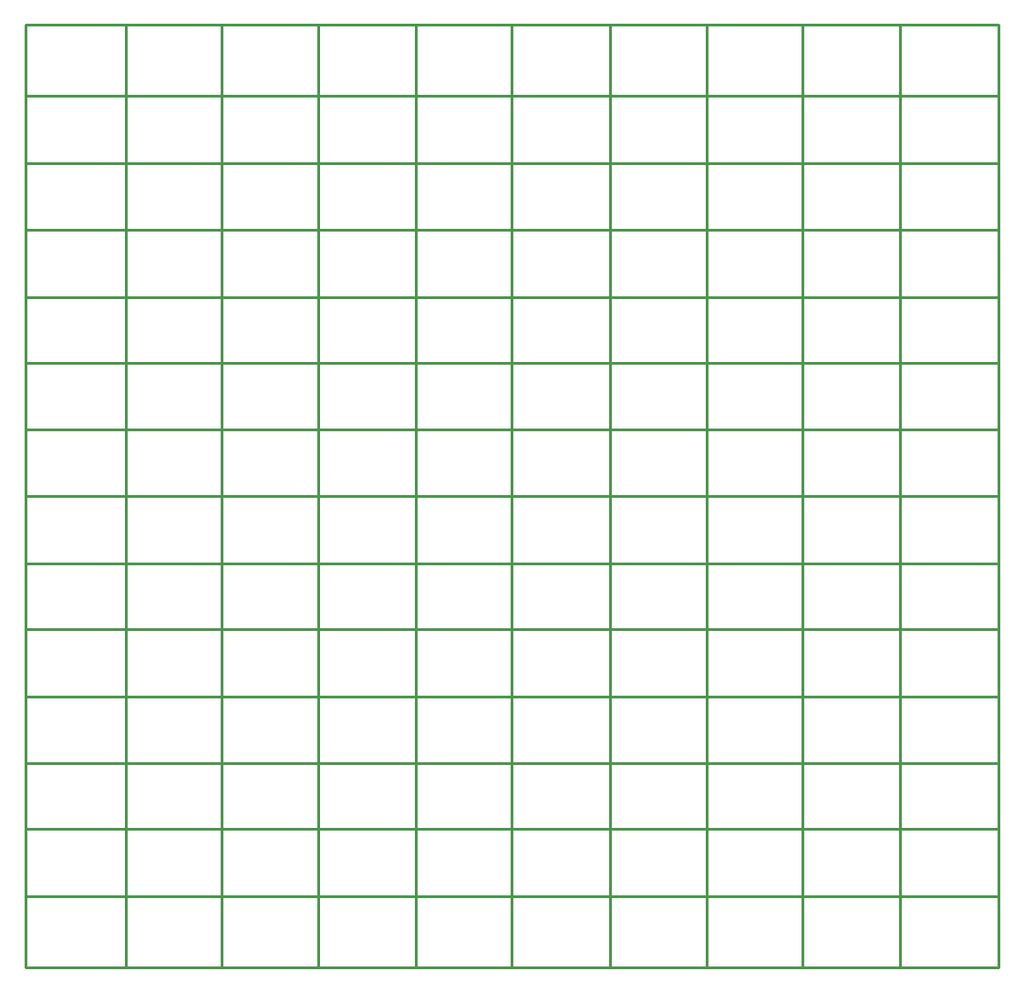
<source format=gm1>
%FSLAX25Y25*%
%MOIN*%
G70*
G01*
G75*
G04 Layer_Color=16711935*
%ADD10R,0.05118X0.12992*%
%ADD11R,0.01969X0.12992*%
%ADD12C,0.02000*%
%ADD13R,0.05000X0.15000*%
%ADD14O,0.03937X0.05906*%
%ADD15C,0.00600*%
%ADD16R,0.04717X0.12591*%
%ADD17R,0.01567X0.12591*%
%ADD18R,0.05518X0.13392*%
%ADD19R,0.02369X0.13392*%
%ADD20O,0.04337X0.06306*%
%ADD21C,0.01000*%
D21*
X0Y0D02*
Y344500D01*
X355500Y0D02*
Y344500D01*
X0Y0D02*
X355500D01*
X0Y344500D02*
X355500D01*
X36500Y0D02*
Y344500D01*
X71500Y0D02*
Y344500D01*
X107000Y0D02*
Y344500D01*
X142500Y500D02*
Y344500D01*
X177750Y0D02*
Y344500D01*
X213500Y0D02*
Y344500D01*
X249000Y0D02*
Y344500D01*
X284000Y0D02*
Y344500D01*
X319500Y0D02*
Y344500D01*
X0Y318500D02*
X355500D01*
X0Y294000D02*
X355000D01*
X0Y269500D02*
X355500D01*
X0Y245000D02*
X355000D01*
X0Y221000D02*
X355000D01*
X0Y196500D02*
X355500D01*
X0Y172250D02*
X355500D01*
X0Y147500D02*
X355000D01*
X0Y123500D02*
X355500D01*
X0Y99000D02*
X355500D01*
X0Y74500D02*
X355500D01*
X0Y50500D02*
X355500D01*
X0Y26000D02*
X355000D01*
M02*

</source>
